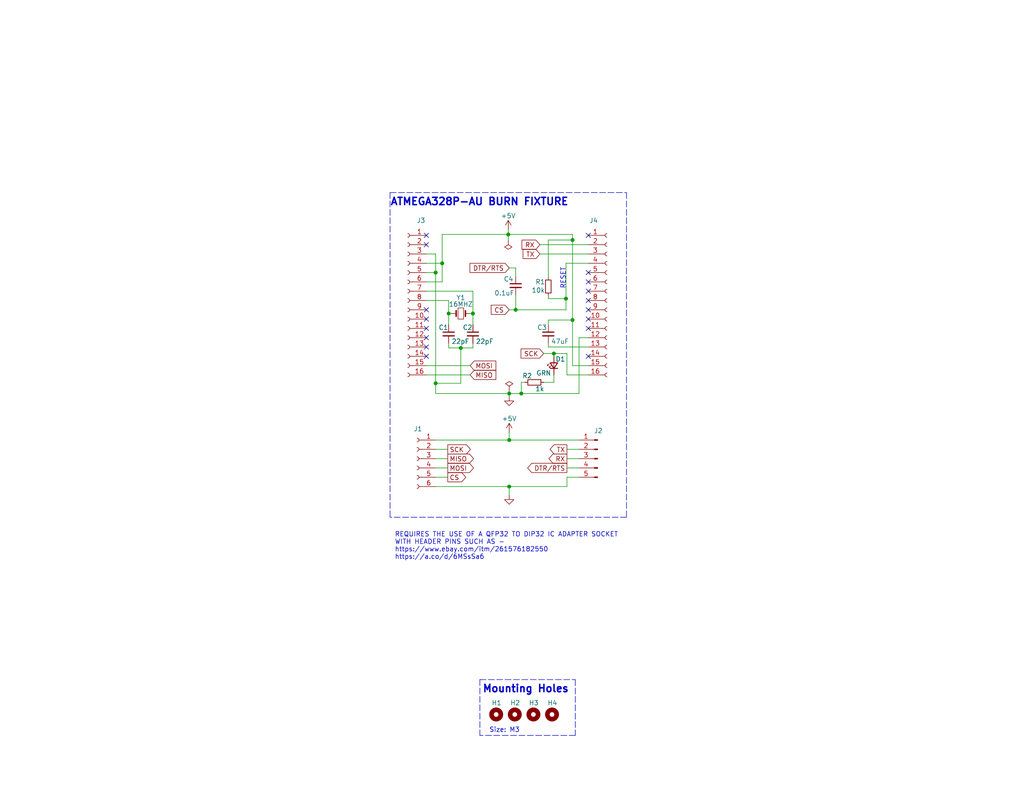
<source format=kicad_sch>
(kicad_sch (version 20211123) (generator eeschema)
  (paper "USLetter")
  (title_block (title "ATMEGTA328P-AU Burn Fixture") (date "2022-11-06") (rev "1.0"))
  (lib_symbols
    (symbol "Connector:Conn_01x05_Male" (pin_names (offset 1.016) hide)
      (property "Reference" "J" (at 0 7.62 0))
      (property "Value" "Conn_01x05_Male" (at 0 -7.62 0))
      (symbol "Conn_01x05_Male_1_1"
        (polyline (pts (xy 1.27 -5.08) (xy 0.8636 -5.08)) (stroke (width 0.1524)))
        (polyline (pts (xy 1.27 -2.54) (xy 0.8636 -2.54)) (stroke (width 0.1524)))
        (polyline (pts (xy 1.27 0) (xy 0.8636 0)) (stroke (width 0.1524)))
        (polyline (pts (xy 1.27 2.54) (xy 0.8636 2.54)) (stroke (width 0.1524)))
        (polyline (pts (xy 1.27 5.08) (xy 0.8636 5.08)) (stroke (width 0.1524)))
        (rectangle (start 0.8636 -4.953) (end 0 -5.207) (stroke (width 0.1524)) (fill (type outline)))
        (rectangle (start 0.8636 -2.413) (end 0 -2.667) (stroke (width 0.1524)) (fill (type outline)))
        (rectangle (start 0.8636 0.127) (end 0 -0.127) (stroke (width 0.1524)) (fill (type outline)))
        (rectangle (start 0.8636 2.667) (end 0 2.413) (stroke (width 0.1524)) (fill (type outline)))
        (rectangle (start 0.8636 5.207) (end 0 4.953) (stroke (width 0.1524)) (fill (type outline)))
        (pin passive line (at 5.08 5.08 180) (length 3.81) (name "Pin_1") (number "1"))
        (pin passive line (at 5.08 2.54 180) (length 3.81) (name "Pin_2") (number "2"))
        (pin passive line (at 5.08 0 180) (length 3.81) (name "Pin_3") (number "3"))
        (pin passive line (at 5.08 -2.54 180) (length 3.81) (name "Pin_4") (number "4"))
        (pin passive line (at 5.08 -5.08 180) (length 3.81) (name "Pin_5") (number "5"))
      )
    )
    (symbol "Connector:Conn_01x06_Female" (pin_names (offset 1.016) hide)
      (property "Reference" "J" (at 0 7.62 0))
      (property "Value" "Conn_01x06_Female" (at 0 -10.16 0))
      (symbol "Conn_01x06_Female_1_1"
        (arc (start 0 -7.112) (mid -0.508 -7.62) (end 0 -8.128) (stroke (width 0.1524)))
        (arc (start 0 -4.572) (mid -0.508 -5.08) (end 0 -5.588) (stroke (width 0.1524)))
        (arc (start 0 -2.032) (mid -0.508 -2.54) (end 0 -3.048) (stroke (width 0.1524)))
        (polyline (pts (xy -1.27 -7.62) (xy -0.508 -7.62)) (stroke (width 0.1524)))
        (polyline (pts (xy -1.27 -5.08) (xy -0.508 -5.08)) (stroke (width 0.1524)))
        (polyline (pts (xy -1.27 -2.54) (xy -0.508 -2.54)) (stroke (width 0.1524)))
        (polyline (pts (xy -1.27 0) (xy -0.508 0)) (stroke (width 0.1524)))
        (polyline (pts (xy -1.27 2.54) (xy -0.508 2.54)) (stroke (width 0.1524)))
        (polyline (pts (xy -1.27 5.08) (xy -0.508 5.08)) (stroke (width 0.1524)))
        (arc (start 0 0.508) (mid -0.508 0) (end 0 -0.508) (stroke (width 0.1524)))
        (arc (start 0 3.048) (mid -0.508 2.54) (end 0 2.032) (stroke (width 0.1524)))
        (arc (start 0 5.588) (mid -0.508 5.08) (end 0 4.572) (stroke (width 0.1524)))
        (pin passive line (at -5.08 5.08 0) (length 3.81) (name "Pin_1") (number "1"))
        (pin passive line (at -5.08 2.54 0) (length 3.81) (name "Pin_2") (number "2"))
        (pin passive line (at -5.08 0 0) (length 3.81) (name "Pin_3") (number "3"))
        (pin passive line (at -5.08 -2.54 0) (length 3.81) (name "Pin_4") (number "4"))
        (pin passive line (at -5.08 -5.08 0) (length 3.81) (name "Pin_5") (number "5"))
        (pin passive line (at -5.08 -7.62 0) (length 3.81) (name "Pin_6") (number "6"))
      )
    )
    (symbol "Connector:Conn_01x16_Female" (pin_names (offset 1.016) hide)
      (property "Reference" "J" (at 0 20.32 0))
      (property "Value" "Conn_01x16_Female" (at 0 -22.86 0))
      (symbol "Conn_01x16_Female_1_1"
        (arc (start 0 -19.812) (mid -0.508 -20.32) (end 0 -20.828) (stroke (width 0.1524)))
        (arc (start 0 -17.272) (mid -0.508 -17.78) (end 0 -18.288) (stroke (width 0.1524)))
        (arc (start 0 -14.732) (mid -0.508 -15.24) (end 0 -15.748) (stroke (width 0.1524)))
        (arc (start 0 -12.192) (mid -0.508 -12.7) (end 0 -13.208) (stroke (width 0.1524)))
        (arc (start 0 -9.652) (mid -0.508 -10.16) (end 0 -10.668) (stroke (width 0.1524)))
        (arc (start 0 -7.112) (mid -0.508 -7.62) (end 0 -8.128) (stroke (width 0.1524)))
        (arc (start 0 -4.572) (mid -0.508 -5.08) (end 0 -5.588) (stroke (width 0.1524)))
        (arc (start 0 -2.032) (mid -0.508 -2.54) (end 0 -3.048) (stroke (width 0.1524)))
        (polyline (pts (xy -1.27 -20.32) (xy -0.508 -20.32)) (stroke (width 0.1524)))
        (polyline (pts (xy -1.27 -17.78) (xy -0.508 -17.78)) (stroke (width 0.1524)))
        (polyline (pts (xy -1.27 -15.24) (xy -0.508 -15.24)) (stroke (width 0.1524)))
        (polyline (pts (xy -1.27 -12.7) (xy -0.508 -12.7)) (stroke (width 0.1524)))
        (polyline (pts (xy -1.27 -10.16) (xy -0.508 -10.16)) (stroke (width 0.1524)))
        (polyline (pts (xy -1.27 -7.62) (xy -0.508 -7.62)) (stroke (width 0.1524)))
        (polyline (pts (xy -1.27 -5.08) (xy -0.508 -5.08)) (stroke (width 0.1524)))
        (polyline (pts (xy -1.27 -2.54) (xy -0.508 -2.54)) (stroke (width 0.1524)))
        (polyline (pts (xy -1.27 0) (xy -0.508 0)) (stroke (width 0.1524)))
        (polyline (pts (xy -1.27 2.54) (xy -0.508 2.54)) (stroke (width 0.1524)))
        (polyline (pts (xy -1.27 5.08) (xy -0.508 5.08)) (stroke (width 0.1524)))
        (polyline (pts (xy -1.27 7.62) (xy -0.508 7.62)) (stroke (width 0.1524)))
        (polyline (pts (xy -1.27 10.16) (xy -0.508 10.16)) (stroke (width 0.1524)))
        (polyline (pts (xy -1.27 12.7) (xy -0.508 12.7)) (stroke (width 0.1524)))
        (polyline (pts (xy -1.27 15.24) (xy -0.508 15.24)) (stroke (width 0.1524)))
        (polyline (pts (xy -1.27 17.78) (xy -0.508 17.78)) (stroke (width 0.1524)))
        (arc (start 0 0.508) (mid -0.508 0) (end 0 -0.508) (stroke (width 0.1524)))
        (arc (start 0 3.048) (mid -0.508 2.54) (end 0 2.032) (stroke (width 0.1524)))
        (arc (start 0 5.588) (mid -0.508 5.08) (end 0 4.572) (stroke (width 0.1524)))
        (arc (start 0 8.128) (mid -0.508 7.62) (end 0 7.112) (stroke (width 0.1524)))
        (arc (start 0 10.668) (mid -0.508 10.16) (end 0 9.652) (stroke (width 0.1524)))
        (arc (start 0 13.208) (mid -0.508 12.7) (end 0 12.192) (stroke (width 0.1524)))
        (arc (start 0 15.748) (mid -0.508 15.24) (end 0 14.732) (stroke (width 0.1524)))
        (arc (start 0 18.288) (mid -0.508 17.78) (end 0 17.272) (stroke (width 0.1524)))
        (pin passive line (at -5.08 17.78 0) (length 3.81) (name "Pin_1") (number "1"))
        (pin passive line (at -5.08 -5.08 0) (length 3.81) (name "Pin_10") (number "10"))
        (pin passive line (at -5.08 -7.62 0) (length 3.81) (name "Pin_11") (number "11"))
        (pin passive line (at -5.08 -10.16 0) (length 3.81) (name "Pin_12") (number "12"))
        (pin passive line (at -5.08 -12.7 0) (length 3.81) (name "Pin_13") (number "13"))
        (pin passive line (at -5.08 -15.24 0) (length 3.81) (name "Pin_14") (number "14"))
        (pin passive line (at -5.08 -17.78 0) (length 3.81) (name "Pin_15") (number "15"))
        (pin passive line (at -5.08 -20.32 0) (length 3.81) (name "Pin_16") (number "16"))
        (pin passive line (at -5.08 15.24 0) (length 3.81) (name "Pin_2") (number "2"))
        (pin passive line (at -5.08 12.7 0) (length 3.81) (name "Pin_3") (number "3"))
        (pin passive line (at -5.08 10.16 0) (length 3.81) (name "Pin_4") (number "4"))
        (pin passive line (at -5.08 7.62 0) (length 3.81) (name "Pin_5") (number "5"))
        (pin passive line (at -5.08 5.08 0) (length 3.81) (name "Pin_6") (number "6"))
        (pin passive line (at -5.08 2.54 0) (length 3.81) (name "Pin_7") (number "7"))
        (pin passive line (at -5.08 0 0) (length 3.81) (name "Pin_8") (number "8"))
        (pin passive line (at -5.08 -2.54 0) (length 3.81) (name "Pin_9") (number "9"))
      )
    )
    (symbol "Device:C_Small" (pin_numbers hide) (pin_names (offset 0.254) hide)
      (property "Reference" "C" (at 0.254 1.778 0))
      (property "Value" "C_Small" (at 0.254 -2.032 0))
      (symbol "C_Small_0_1"
        (polyline (pts (xy -1.524 -0.508) (xy 1.524 -0.508)) (stroke (width 0.3302)))
        (polyline (pts (xy -1.524 0.508) (xy 1.524 0.508)) (stroke (width 0.3048)))
      )
      (symbol "C_Small_1_1"
        (pin passive line (at 0 2.54 270) (length 2.032) (name "~") (number "1"))
        (pin passive line (at 0 -2.54 90) (length 2.032) (name "~") (number "2"))
      )
    )
    (symbol "Device:Crystal_Small" (pin_numbers hide) (pin_names (offset 1.016) hide)
      (property "Reference" "Y" (at 0 2.54 0))
      (property "Value" "Crystal_Small" (at 0 -2.54 0))
      (symbol "Crystal_Small_0_1"
        (rectangle (start -0.762 -1.524) (end 0.762 1.524))
        (polyline (pts (xy -1.27 -0.762) (xy -1.27 0.762)) (stroke (width 0.381)))
        (polyline (pts (xy 1.27 -0.762) (xy 1.27 0.762)) (stroke (width 0.381)))
      )
      (symbol "Crystal_Small_1_1"
        (pin passive line (at -2.54 0 0) (length 1.27) (name "1") (number "1"))
        (pin passive line (at 2.54 0 180) (length 1.27) (name "2") (number "2"))
      )
    )
    (symbol "Device:LED_Small" (pin_numbers hide) (pin_names (offset 0.254) hide)
      (property "Reference" "D" (at -1.27 3.175 0))
      (property "Value" "LED_Small" (at -4.445 -2.54 0))
      (symbol "LED_Small_0_1"
        (polyline (pts (xy -0.762 -1.016) (xy -0.762 1.016)) (stroke (width 0.254)))
        (polyline (pts (xy 1.016 0) (xy -0.762 0)))
        (polyline (pts (xy 0.762 -1.016) (xy -0.762 0) (xy 0.762 1.016) (xy 0.762 -1.016)) (stroke (width 0.254)))
        (polyline (pts (xy 0 0.762) (xy -0.508 1.27) (xy -0.254 1.27) (xy -0.508 1.27) (xy -0.508 1.016)))
        (polyline (pts (xy 0.508 1.27) (xy 0 1.778) (xy 0.254 1.778) (xy 0 1.778) (xy 0 1.524)))
      )
      (symbol "LED_Small_1_1"
        (pin passive line (at -2.54 0 0) (length 1.778) (name "K") (number "1"))
        (pin passive line (at 2.54 0 180) (length 1.778) (name "A") (number "2"))
      )
    )
    (symbol "Device:R_Small" (pin_numbers hide) (pin_names (offset 0.254) hide)
      (property "Reference" "R" (at 0.762 0.508 0))
      (property "Value" "R_Small" (at 0.762 -1.016 0))
      (symbol "R_Small_0_1"
        (rectangle (start -0.762 1.778) (end 0.762 -1.778) (stroke (width 0.2032)))
      )
      (symbol "R_Small_1_1"
        (pin passive line (at 0 2.54 270) (length 0.762) (name "~") (number "1"))
        (pin passive line (at 0 -2.54 90) (length 0.762) (name "~") (number "2"))
      )
    )
    (symbol "Mechanical:MountingHole" (pin_names (offset 1.016))
      (property "Reference" "H" (at 0 5.08 0))
      (property "Value" "MountingHole" (at 0 3.175 0))
      (symbol "MountingHole_0_1"
        (circle (center 0 0) (radius 1.27) (stroke (width 1.27)))
      )
    )
    (symbol "power:+5V" (power) (pin_names (offset 0))
      (property "Value" "+5V" (at 0 3.556 0))
      (symbol "+5V_0_1"
        (polyline (pts (xy -0.762 1.27) (xy 0 2.54)))
        (polyline (pts (xy 0 0) (xy 0 2.54)))
        (polyline (pts (xy 0 2.54) (xy 0.762 1.27)))
      )
      (symbol "+5V_1_1"
        (pin power_in line (at 0 0 90) (length 0) hide (name "+5V") (number "1"))
      )
    )
    (symbol "power:GND" (power) (pin_names (offset 0))
      (property "Value" "GND" (at 0 -3.81 0))
      (symbol "GND_0_1"
        (polyline (pts (xy 0 0) (xy 0 -1.27) (xy 1.27 -1.27) (xy 0 -2.54) (xy -1.27 -1.27) (xy 0 -1.27)))
      )
      (symbol "GND_1_1"
        (pin power_in line (at 0 0 270) (length 0) hide (name "GND") (number "1"))
      )
    )
    (symbol "power:PWR_FLAG" (power) (pin_numbers hide) (pin_names (offset 0) hide)
      (property "Value" "PWR_FLAG" (at 0 3.81 0))
      (symbol "PWR_FLAG_0_0"
        (pin power_out line (at 0 0 90) (length 0) (name "pwr") (number "1"))
      )
      (symbol "PWR_FLAG_0_1"
        (polyline (pts (xy 0 0) (xy 0 1.27) (xy -1.016 1.905) (xy 0 2.54) (xy 1.016 1.905) (xy 0 1.27)))
      )
    )
  )
  (junction (at 156.21 87.376))
  (junction (at 138.684 64.008))
  (junction (at 118.872 104.648))
  (junction (at 140.716 84.582))
  (junction (at 129.032 85.598))
  (junction (at 142.24 107.442))
  (junction (at 138.938 120.142))
  (junction (at 125.73 94.996))
  (junction (at 154.432 81.534))
  (junction (at 138.938 107.442))
  (junction (at 138.938 132.842))
  (junction (at 120.65 71.882))
  (junction (at 118.872 74.422))
  (junction (at 122.428 85.598))
  (junction (at 156.21 65.532))
  (junction (at 151.13 96.52))
  (no_connect (at 160.528 87.122))
  (no_connect (at 160.528 89.662))
  (no_connect (at 160.528 97.282))
  (no_connect (at 160.528 84.582))
  (no_connect (at 160.528 79.502))
  (no_connect (at 160.528 76.962))
  (no_connect (at 160.528 74.422))
  (no_connect (at 160.528 64.262))
  (no_connect (at 160.528 82.042))
  (no_connect (at 116.332 92.202))
  (no_connect (at 116.332 94.742))
  (no_connect (at 116.332 97.282))
  (no_connect (at 116.332 89.662))
  (no_connect (at 116.332 87.122))
  (no_connect (at 116.332 84.582))
  (no_connect (at 116.332 64.262))
  (no_connect (at 116.332 66.802))
  (wire (pts (xy 140.716 73.152) (xy 140.716 75.438)))
  (wire (pts (xy 116.332 74.422) (xy 118.872 74.422)))
  (wire (pts (xy 138.938 107.442) (xy 142.24 107.442)))
  (wire (pts (xy 122.428 85.598) (xy 122.428 88.646)))
  (wire (pts (xy 148.336 96.52) (xy 151.13 96.52)))
  (wire (pts (xy 149.606 65.532) (xy 149.606 75.692)))
  (wire (pts (xy 120.65 76.962) (xy 120.65 71.882)))
  (wire (pts (xy 151.13 96.52) (xy 151.13 97.282)))
  (wire (pts (xy 116.332 99.822) (xy 128.27 99.822)))
  (wire (pts (xy 160.528 99.822) (xy 156.21 99.822)))
  (wire (pts (xy 125.73 104.648) (xy 118.872 104.648)))
  (wire (pts (xy 154.432 71.882) (xy 160.528 71.882)))
  (wire (pts (xy 138.938 118.11) (xy 138.938 120.142)))
  (wire (pts (xy 129.032 94.996) (xy 129.032 93.726)))
  (wire (pts (xy 118.872 125.222) (xy 122.174 125.222)))
  (wire (pts (xy 160.528 92.202) (xy 157.988 92.202)))
  (polyline (pts (xy 156.972 200.787) (xy 130.937 200.787)))
  (wire (pts (xy 151.13 104.394) (xy 148.336 104.394)))
  (wire (pts (xy 138.938 106.68) (xy 138.938 107.442)))
  (wire (pts (xy 157.988 92.202) (xy 157.988 107.442)))
  (wire (pts (xy 156.21 65.532) (xy 156.21 87.376)))
  (wire (pts (xy 138.684 62.738) (xy 138.684 64.008)))
  (wire (pts (xy 154.432 84.582) (xy 154.432 81.534)))
  (wire (pts (xy 156.21 64.008) (xy 156.21 65.532)))
  (wire (pts (xy 154.686 96.52) (xy 154.686 102.362)))
  (wire (pts (xy 149.606 65.532) (xy 156.21 65.532)))
  (wire (pts (xy 142.24 104.394) (xy 142.24 107.442)))
  (wire (pts (xy 138.684 64.008) (xy 138.684 65.532)))
  (wire (pts (xy 118.872 69.342) (xy 118.872 74.422)))
  (wire (pts (xy 125.73 94.996) (xy 125.73 104.648)))
  (wire (pts (xy 157.988 122.682) (xy 154.686 122.682)))
  (wire (pts (xy 122.428 85.598) (xy 122.428 82.042)))
  (wire (pts (xy 147.32 69.342) (xy 160.528 69.342)))
  (wire (pts (xy 122.428 94.996) (xy 125.73 94.996)))
  (wire (pts (xy 140.716 80.518) (xy 140.716 84.582)))
  (wire (pts (xy 147.32 66.802) (xy 160.528 66.802)))
  (wire (pts (xy 156.21 87.376) (xy 156.21 99.822)))
  (wire (pts (xy 118.872 107.442) (xy 138.938 107.442)))
  (wire (pts (xy 120.65 64.008) (xy 138.684 64.008)))
  (wire (pts (xy 116.332 69.342) (xy 118.872 69.342)))
  (wire (pts (xy 129.032 85.598) (xy 129.032 88.646)))
  (wire (pts (xy 138.938 132.842) (xy 138.938 135.128)))
  (wire (pts (xy 149.606 81.534) (xy 154.432 81.534)))
  (wire (pts (xy 116.332 102.362) (xy 128.27 102.362)))
  (wire (pts (xy 116.332 82.042) (xy 122.428 82.042)))
  (wire (pts (xy 123.19 85.598) (xy 122.428 85.598)))
  (wire (pts (xy 149.606 87.376) (xy 156.21 87.376)))
  (wire (pts (xy 122.428 93.726) (xy 122.428 94.996)))
  (wire (pts (xy 129.032 85.598) (xy 129.032 79.502)))
  (wire (pts (xy 151.13 96.52) (xy 154.686 96.52)))
  (wire (pts (xy 149.606 93.726) (xy 149.606 94.742)))
  (wire (pts (xy 116.332 79.502) (xy 129.032 79.502)))
  (polyline (pts (xy 130.937 185.547) (xy 130.937 200.787)))
  (polyline (pts (xy 156.972 185.547) (xy 156.972 200.787)))
  (wire (pts (xy 149.606 80.772) (xy 149.606 81.534)))
  (wire (pts (xy 157.988 130.302) (xy 154.686 130.302)))
  (wire (pts (xy 138.938 132.842) (xy 154.686 132.842)))
  (wire (pts (xy 118.872 122.682) (xy 122.174 122.682)))
  (wire (pts (xy 138.938 120.142) (xy 157.988 120.142)))
  (polyline (pts (xy 106.426 52.578) (xy 106.426 141.224)))
  (wire (pts (xy 120.65 71.882) (xy 120.65 64.008)))
  (wire (pts (xy 138.938 84.582) (xy 140.716 84.582)))
  (wire (pts (xy 142.24 107.442) (xy 157.988 107.442)))
  (wire (pts (xy 125.73 94.996) (xy 129.032 94.996)))
  (wire (pts (xy 118.872 127.762) (xy 122.174 127.762)))
  (polyline (pts (xy 130.937 185.547) (xy 156.972 185.547)))
  (wire (pts (xy 118.872 104.648) (xy 118.872 107.442)))
  (polyline (pts (xy 106.426 52.578) (xy 170.942 52.578)))
  (wire (pts (xy 138.938 73.152) (xy 140.716 73.152)))
  (wire (pts (xy 118.872 132.842) (xy 138.938 132.842)))
  (polyline (pts (xy 170.942 52.578) (xy 170.942 141.224)))
  (wire (pts (xy 160.528 102.362) (xy 154.686 102.362)))
  (wire (pts (xy 138.938 107.442) (xy 138.938 108.204)))
  (wire (pts (xy 118.872 120.142) (xy 138.938 120.142)))
  (wire (pts (xy 149.606 88.646) (xy 149.606 87.376)))
  (wire (pts (xy 140.716 84.582) (xy 154.432 84.582)))
  (wire (pts (xy 154.686 130.302) (xy 154.686 132.842)))
  (polyline (pts (xy 170.942 141.224) (xy 106.426 141.224)))
  (wire (pts (xy 128.27 85.598) (xy 129.032 85.598)))
  (wire (pts (xy 160.528 94.742) (xy 149.606 94.742)))
  (wire (pts (xy 154.432 81.534) (xy 154.432 71.882)))
  (wire (pts (xy 116.332 76.962) (xy 120.65 76.962)))
  (wire (pts (xy 138.684 64.008) (xy 156.21 64.008)))
  (wire (pts (xy 157.988 127.762) (xy 154.686 127.762)))
  (wire (pts (xy 151.13 102.362) (xy 151.13 104.394)))
  (wire (pts (xy 118.872 130.302) (xy 122.174 130.302)))
  (wire (pts (xy 116.332 71.882) (xy 120.65 71.882)))
  (wire (pts (xy 143.256 104.394) (xy 142.24 104.394)))
  (wire (pts (xy 157.988 125.222) (xy 154.686 125.222)))
  (wire (pts (xy 118.872 74.422) (xy 118.872 104.648)))
  (text "RESET" (at 154.432 78.994 90) (effects (font (size 1.27 1.27)) (justify left bottom)))
  (text "REQUIRES THE USE OF A QFP32 TO DIP32 IC ADAPTER SOCKET \nWITH HEADER PINS SUCH AS -\nhttps://www.ebay.com/itm/261576182550\nhttps://a.co/d/6MSsSa6" (at 107.696 152.908 0) (effects (font (size 1.27 1.27)) (justify left bottom)))
  (text "ATMEGA328P-AU BURN FIXTURE" (at 106.426 56.388 0) (effects (font (size 2 2) (thickness 0.4) bold) (justify left bottom)))
  (text "Mounting Holes\n" (at 131.572 189.357 0) (effects (font (size 2 2) (thickness 0.4) bold) (justify left bottom)))
  (text "Size: M3" (at 133.477 200.152 0) (effects (font (size 1.27 1.27)) (justify left bottom)))
  (global_label "DTR{slash}RTS" (shape output) (at 154.686 127.762 180) (property "Intersheet References" "${INTERSHEET_REFS}" (effects hide)))
  (global_label "CS" (shape output) (at 122.174 130.302 0) (property "Intersheet References" "${INTERSHEET_REFS}" (effects hide)))
  (global_label "MOSI" (shape output) (at 122.174 127.762 0) (property "Intersheet References" "${INTERSHEET_REFS}" (effects hide)))
  (global_label "CS" (shape input) (at 138.938 84.582 180) (property "Intersheet References" "${INTERSHEET_REFS}" (effects hide)))
  (global_label "MISO" (shape output) (at 122.174 125.222 0) (property "Intersheet References" "${INTERSHEET_REFS}" (effects hide)))
  (global_label "SCK" (shape output) (at 122.174 122.682 0) (property "Intersheet References" "${INTERSHEET_REFS}" (effects hide)))
  (global_label "DTR{slash}RTS" (shape input) (at 138.938 73.152 180) (property "Intersheet References" "${INTERSHEET_REFS}" (effects hide)))
  (global_label "TX" (shape output) (at 154.686 122.682 180) (property "Intersheet References" "${INTERSHEET_REFS}" (effects hide)))
  (global_label "MOSI" (shape input) (at 128.27 99.822 0) (property "Intersheet References" "${INTERSHEET_REFS}" (effects hide)))
  (global_label "SCK" (shape input) (at 148.336 96.52 180) (property "Intersheet References" "${INTERSHEET_REFS}" (effects hide)))
  (global_label "RX" (shape input) (at 147.32 66.802 180) (property "Intersheet References" "${INTERSHEET_REFS}" (effects hide)))
  (global_label "MISO" (shape input) (at 128.27 102.362 0) (property "Intersheet References" "${INTERSHEET_REFS}" (effects hide)))
  (global_label "RX" (shape output) (at 154.686 125.222 180) (property "Intersheet References" "${INTERSHEET_REFS}" (effects hide)))
  (global_label "TX" (shape input) (at 147.32 69.342 180) (property "Intersheet References" "${INTERSHEET_REFS}" (effects hide)))
  (symbol (lib_id "power:+5V") (at 138.684 62.738 0) (unit 1)
    (property "Reference" "#PWR0117" (effects hide))
    (property "Value" "+5V" (at 138.684 58.928 0))
  )
  (symbol (lib_id "power:PWR_FLAG") (at 138.938 106.68 0) (unit 1)
    (property "Reference" "#FLG01" (effects hide))
    (property "Value" "PWR_FLAG" (effects hide))
  )
  (symbol (lib_id "power:GND") (at 138.938 135.128 0) (unit 1)
    (property "Reference" "#PWR0102" (effects hide))
    (property "Value" "GND" (effects hide))
  )
  (symbol (lib_id "Connector:Conn_01x05_Male") (at 163.068 125.222 0) (mirror y) (unit 1)
    (property "Reference" "J2" (at 162.052 117.602 0) (effects (justify right)))
    (property "Value" "Conn_01x05_Male" (effects hide))
    (property "Footprint" "Connector_PinHeader_2.54mm:PinHeader_1x05_P2.54mm_Vertical" (effects hide))
  )
  (symbol (lib_id "Device:R_Small") (at 145.796 104.394 270) (unit 1)
    (property "Reference" "R2" (at 142.494 102.616 90) (effects (justify left)))
    (property "Value" "1k" (at 146.05 106.172 90) (effects (justify left)))
    (property "Footprint" "Resistor_SMD:R_0603_1608Metric" (effects hide))
  )
  (symbol (lib_id "Device:C_Small") (at 129.032 91.186 0) (unit 1)
    (property "Reference" "C2" (at 126.238 89.408 0) (effects (justify left)))
    (property "Value" "22pF" (at 129.794 93.218 0) (effects (justify left)))
    (property "Footprint" "Capacitor_SMD:C_0603_1608Metric" (effects hide))
  )
  (symbol (lib_id "Device:R_Small") (at 149.606 78.232 0) (unit 1)
    (property "Reference" "R1" (at 146.05 76.962 0) (effects (justify left)))
    (property "Value" "10k" (at 145.034 79.248 0) (effects (justify left)))
    (property "Footprint" "Resistor_SMD:R_0603_1608Metric" (effects hide))
  )
  (symbol (lib_id "Device:Crystal_Small") (at 125.73 85.598 180) (unit 1)
    (property "Reference" "Y1" (at 125.73 81.28 0))
    (property "Value" "16MHZ" (at 125.73 83.058 0))
    (property "Footprint" "Crystal:Crystal_HC49-U_Vertical" (effects hide))
    (property "MFG" "Raltron" (effects hide))
    (property "P/N" "AS-16.000-18" (effects hide))
  )
  (symbol (lib_id "Connector:Conn_01x16_Female") (at 165.608 82.042 0) (unit 1)
    (property "Reference" "J4" (at 160.782 60.198 0) (effects (justify left)))
    (property "Value" "Conn_01x16_Female" (effects hide))
    (property "Footprint" "Connector_PinSocket_2.54mm:PinSocket_1x16_P2.54mm_Vertical" (effects hide))
  )
  (symbol (lib_id "Connector:Conn_01x06_Female") (at 113.792 125.222 0) (mirror y) (unit 1)
    (property "Reference" "J1" (at 114.046 117.094 0))
    (property "Value" "Conn_01x06_Female" (effects hide))
    (property "Footprint" "Connector_PinSocket_2.54mm:PinSocket_1x06_P2.54mm_Vertical" (effects hide))
  )
  (symbol (lib_id "Mechanical:MountingHole") (at 140.462 195.072 0) (unit 1)
    (property "Reference" "H2" (at 139.192 191.897 0) (effects (justify left)))
    (property "Value" "MountingHole" (effects hide))
    (property "Footprint" "MountingHole:MountingHole_3.2mm_M3" (effects hide))
  )
  (symbol (lib_id "power:+5V") (at 138.938 118.11 0) (unit 1)
    (property "Reference" "#PWR0105" (effects hide))
    (property "Value" "+5V" (at 138.938 114.3 0))
  )
  (symbol (lib_id "Mechanical:MountingHole") (at 135.382 195.072 0) (unit 1)
    (property "Reference" "H1" (at 134.112 191.897 0) (effects (justify left)))
    (property "Value" "MountingHole" (effects hide))
    (property "Footprint" "MountingHole:MountingHole_3.2mm_M3" (effects hide))
  )
  (symbol (lib_id "Device:C_Small") (at 149.606 91.186 0) (unit 1)
    (property "Reference" "C3" (at 146.558 89.408 0) (effects (justify left)))
    (property "Value" "47uF" (at 150.368 93.218 0) (effects (justify left)))
    (property "Footprint" "Capacitor_SMD:C_0805_2012Metric" (effects hide))
  )
  (symbol (lib_id "Mechanical:MountingHole") (at 145.542 195.072 0) (unit 1)
    (property "Reference" "H3" (at 144.272 191.897 0) (effects (justify left)))
    (property "Value" "MountingHole" (effects hide))
    (property "Footprint" "MountingHole:MountingHole_3.2mm_M3" (effects hide))
  )
  (symbol (lib_id "Device:LED_Small") (at 151.13 99.822 90) (unit 1)
    (property "Reference" "D1" (at 152.908 98.044 90))
    (property "Value" "GRN" (at 148.336 101.854 90))
    (property "Footprint" "LED_THT:LED_D5.0mm" (effects hide))
  )
  (symbol (lib_id "Device:C_Small") (at 140.716 77.978 0) (unit 1)
    (property "Reference" "C4" (at 137.414 76.2 0) (effects (justify left)))
    (property "Value" "0.1uF" (at 134.874 80.01 0) (effects (justify left)))
    (property "Footprint" "Capacitor_SMD:C_0603_1608Metric" (effects hide))
  )
  (symbol (lib_id "Connector:Conn_01x16_Female") (at 111.252 82.042 0) (mirror y) (unit 1)
    (property "Reference" "J3" (at 116.078 60.198 0) (effects (justify left)))
    (property "Value" "Conn_01x16_Female" (effects hide))
    (property "Footprint" "Connector_PinSocket_2.54mm:PinSocket_1x16_P2.54mm_Vertical" (effects hide))
  )
  (symbol (lib_id "power:GND") (at 138.938 108.204 0) (mirror y) (unit 1)
    (property "Reference" "#PWR0107" (effects hide))
    (property "Value" "GND" (effects hide))
  )
  (symbol (lib_id "Mechanical:MountingHole") (at 150.622 195.072 0) (unit 1)
    (property "Reference" "H4" (at 149.352 191.897 0) (effects (justify left)))
    (property "Value" "MountingHole" (effects hide))
    (property "Footprint" "MountingHole:MountingHole_3.2mm_M3" (effects hide))
  )
  (symbol (lib_id "Device:C_Small") (at 122.428 91.186 0) (unit 1)
    (property "Reference" "C1" (at 119.634 89.408 0) (effects (justify left)))
    (property "Value" "22pF" (at 123.19 93.218 0) (effects (justify left)))
    (property "Footprint" "Capacitor_SMD:C_0603_1608Metric" (effects hide))
  )
  (symbol (lib_id "power:PWR_FLAG") (at 138.684 65.532 180) (unit 1)
    (property "Reference" "#FLG0101" (effects hide))
    (property "Value" "PWR_FLAG" (effects hide))
  )
)
</source>
